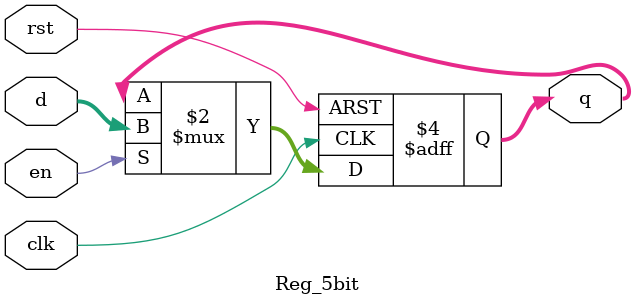
<source format=v>
module Reg_5bit(clk, rst, d, en, q);
input clk;
input rst;
input [4:0] d;
input en;
output reg [4:0] q;
	
	always @(posedge clk or posedge rst) begin
		if (rst) q <= 5'b0;
		else if (en) q <= d;
	end

endmodule 

</source>
